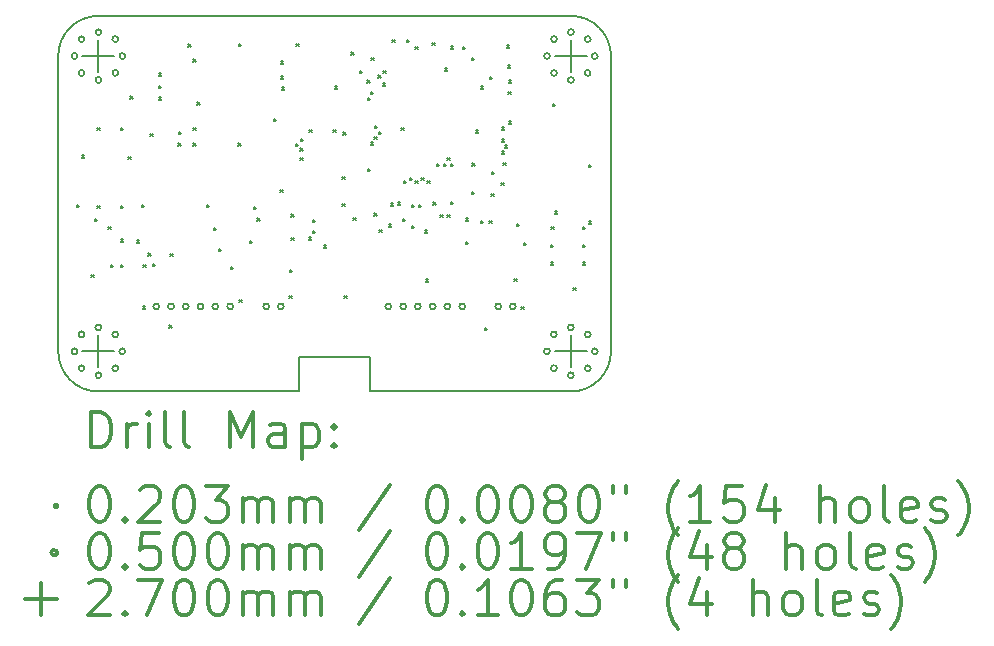
<source format=gbr>
%FSLAX45Y45*%
G04 Gerber Fmt 4.5, Leading zero omitted, Abs format (unit mm)*
G04 Created by KiCad (PCBNEW (5.1.10)-1) date 2022-10-27 19:37:07*
%MOMM*%
%LPD*%
G01*
G04 APERTURE LIST*
%TA.AperFunction,Profile*%
%ADD10C,0.150000*%
%TD*%
%ADD11C,0.200000*%
%ADD12C,0.300000*%
G04 APERTURE END LIST*
D10*
X10300000Y-12200000D02*
X9700000Y-12200000D01*
X10300000Y-12490000D02*
X10300000Y-12200000D01*
X9700000Y-12490000D02*
X9700000Y-12200000D01*
X10300000Y-12490000D02*
X12000000Y-12490000D01*
X12340000Y-12150000D02*
G75*
G02*
X12000000Y-12490000I-340000J0D01*
G01*
X8000000Y-12490000D02*
G75*
G02*
X7660000Y-12150000I0J340000D01*
G01*
X12000000Y-9310000D02*
G75*
G02*
X12340000Y-9650000I0J-340000D01*
G01*
X7660000Y-9650000D02*
G75*
G02*
X8000000Y-9310000I340000J0D01*
G01*
X7660000Y-9650000D02*
X7660000Y-12150000D01*
X12000000Y-9310000D02*
X8000000Y-9310000D01*
X12340000Y-12150000D02*
X12340000Y-9650000D01*
X8000000Y-12490000D02*
X9700000Y-12490000D01*
D11*
X7819840Y-10909840D02*
X7840160Y-10930160D01*
X7840160Y-10909840D02*
X7819840Y-10930160D01*
X7859840Y-10489840D02*
X7880160Y-10510160D01*
X7880160Y-10489840D02*
X7859840Y-10510160D01*
X7939840Y-11499840D02*
X7960160Y-11520160D01*
X7960160Y-11499840D02*
X7939840Y-11520160D01*
X7970859Y-11029817D02*
X7991179Y-11050137D01*
X7991179Y-11029817D02*
X7970859Y-11050137D01*
X7989840Y-10259840D02*
X8010160Y-10280160D01*
X8010160Y-10259840D02*
X7989840Y-10280160D01*
X7989840Y-10919840D02*
X8010160Y-10940160D01*
X8010160Y-10919840D02*
X7989840Y-10940160D01*
X8082340Y-11097340D02*
X8102660Y-11117660D01*
X8102660Y-11097340D02*
X8082340Y-11117660D01*
X8104840Y-11417340D02*
X8125160Y-11437660D01*
X8125160Y-11417340D02*
X8104840Y-11437660D01*
X8189840Y-10259840D02*
X8210160Y-10280160D01*
X8210160Y-10259840D02*
X8189840Y-10280160D01*
X8189840Y-10919840D02*
X8210160Y-10940160D01*
X8210160Y-10919840D02*
X8189840Y-10940160D01*
X8189840Y-11199840D02*
X8210160Y-11220160D01*
X8210160Y-11199840D02*
X8189840Y-11220160D01*
X8192340Y-11417340D02*
X8212660Y-11437660D01*
X8212660Y-11417340D02*
X8192340Y-11437660D01*
X8252340Y-10504840D02*
X8272660Y-10525160D01*
X8272660Y-10504840D02*
X8252340Y-10525160D01*
X8269840Y-9989840D02*
X8290160Y-10010160D01*
X8290160Y-9989840D02*
X8269840Y-10010160D01*
X8327340Y-11210429D02*
X8347660Y-11230749D01*
X8347660Y-11210429D02*
X8327340Y-11230749D01*
X8367340Y-10907340D02*
X8387660Y-10927660D01*
X8387660Y-10907340D02*
X8367340Y-10927660D01*
X8374840Y-11767340D02*
X8395160Y-11787660D01*
X8395160Y-11767340D02*
X8374840Y-11787660D01*
X8379840Y-11414840D02*
X8400160Y-11435160D01*
X8400160Y-11414840D02*
X8379840Y-11435160D01*
X8422340Y-11319840D02*
X8442660Y-11340160D01*
X8442660Y-11319840D02*
X8422340Y-11340160D01*
X8439840Y-10309840D02*
X8460160Y-10330160D01*
X8460160Y-10309840D02*
X8439840Y-10330160D01*
X8462340Y-11409840D02*
X8482660Y-11430160D01*
X8482660Y-11409840D02*
X8462340Y-11430160D01*
X8509840Y-9797340D02*
X8530160Y-9817660D01*
X8530160Y-9797340D02*
X8509840Y-9817660D01*
X8509840Y-9899840D02*
X8530160Y-9920160D01*
X8530160Y-9899840D02*
X8509840Y-9920160D01*
X8509840Y-9999840D02*
X8530160Y-10020160D01*
X8530160Y-9999840D02*
X8509840Y-10020160D01*
X8599840Y-11929840D02*
X8620160Y-11950160D01*
X8620160Y-11929840D02*
X8599840Y-11950160D01*
X8607340Y-11322340D02*
X8627660Y-11342660D01*
X8627660Y-11322340D02*
X8607340Y-11342660D01*
X8677340Y-10389840D02*
X8697660Y-10410160D01*
X8697660Y-10389840D02*
X8677340Y-10410160D01*
X8679840Y-10292340D02*
X8700160Y-10312660D01*
X8700160Y-10292340D02*
X8679840Y-10312660D01*
X8759840Y-9549840D02*
X8780160Y-9570160D01*
X8780160Y-9549840D02*
X8759840Y-9570160D01*
X8803590Y-9676090D02*
X8823910Y-9696410D01*
X8823910Y-9676090D02*
X8803590Y-9696410D01*
X8804840Y-10257340D02*
X8825160Y-10277660D01*
X8825160Y-10257340D02*
X8804840Y-10277660D01*
X8804840Y-10389840D02*
X8825160Y-10410160D01*
X8825160Y-10389840D02*
X8804840Y-10410160D01*
X8837340Y-10042340D02*
X8857660Y-10062660D01*
X8857660Y-10042340D02*
X8837340Y-10062660D01*
X8919840Y-10909840D02*
X8940160Y-10930160D01*
X8940160Y-10909840D02*
X8919840Y-10930160D01*
X8974840Y-11102340D02*
X8995160Y-11122660D01*
X8995160Y-11102340D02*
X8974840Y-11122660D01*
X9019840Y-11279840D02*
X9040160Y-11300160D01*
X9040160Y-11279840D02*
X9019840Y-11300160D01*
X9119840Y-11434840D02*
X9140160Y-11455160D01*
X9140160Y-11434840D02*
X9119840Y-11455160D01*
X9184840Y-10389840D02*
X9205160Y-10410160D01*
X9205160Y-10389840D02*
X9184840Y-10410160D01*
X9189840Y-9544840D02*
X9210160Y-9565160D01*
X9210160Y-9544840D02*
X9189840Y-9565160D01*
X9192340Y-11714840D02*
X9212660Y-11735160D01*
X9212660Y-11714840D02*
X9192340Y-11735160D01*
X9282340Y-11212340D02*
X9302660Y-11232660D01*
X9302660Y-11212340D02*
X9282340Y-11232660D01*
X9314840Y-10927340D02*
X9335160Y-10947660D01*
X9335160Y-10927340D02*
X9314840Y-10947660D01*
X9344840Y-11024840D02*
X9365160Y-11045160D01*
X9365160Y-11024840D02*
X9344840Y-11045160D01*
X9484840Y-10182340D02*
X9505160Y-10202660D01*
X9505160Y-10182340D02*
X9484840Y-10202660D01*
X9539840Y-10779840D02*
X9560160Y-10800160D01*
X9560160Y-10779840D02*
X9539840Y-10800160D01*
X9542340Y-9694840D02*
X9562660Y-9715160D01*
X9562660Y-9694840D02*
X9542340Y-9715160D01*
X9544840Y-9819840D02*
X9565160Y-9840160D01*
X9565160Y-9819840D02*
X9544840Y-9840160D01*
X9552340Y-9914840D02*
X9572660Y-9935160D01*
X9572660Y-9914840D02*
X9552340Y-9935160D01*
X9617340Y-11677340D02*
X9637660Y-11697660D01*
X9637660Y-11677340D02*
X9617340Y-11697660D01*
X9619840Y-11459840D02*
X9640160Y-11480160D01*
X9640160Y-11459840D02*
X9619840Y-11480160D01*
X9632340Y-10989840D02*
X9652660Y-11010160D01*
X9652660Y-10989840D02*
X9632340Y-11010160D01*
X9632340Y-11189840D02*
X9652660Y-11210160D01*
X9652660Y-11189840D02*
X9632340Y-11210160D01*
X9673446Y-10393343D02*
X9693766Y-10413663D01*
X9693766Y-10393343D02*
X9673446Y-10413663D01*
X9677340Y-9544840D02*
X9697660Y-9565160D01*
X9697660Y-9544840D02*
X9677340Y-9565160D01*
X9709840Y-10432340D02*
X9730160Y-10452660D01*
X9730160Y-10432340D02*
X9709840Y-10452660D01*
X9709840Y-10509840D02*
X9730160Y-10530160D01*
X9730160Y-10509840D02*
X9709840Y-10530160D01*
X9712671Y-10348519D02*
X9732991Y-10368839D01*
X9732991Y-10348519D02*
X9712671Y-10368839D01*
X9782340Y-11184840D02*
X9802660Y-11205160D01*
X9802660Y-11184840D02*
X9782340Y-11205160D01*
X9787340Y-10272340D02*
X9807660Y-10292660D01*
X9807660Y-10272340D02*
X9787340Y-10292660D01*
X9814840Y-11037340D02*
X9835160Y-11057660D01*
X9835160Y-11037340D02*
X9814840Y-11057660D01*
X9816335Y-11131751D02*
X9836655Y-11152071D01*
X9836655Y-11131751D02*
X9816335Y-11152071D01*
X9907340Y-11252340D02*
X9927660Y-11272660D01*
X9927660Y-11252340D02*
X9907340Y-11272660D01*
X9989840Y-10274840D02*
X10010160Y-10295160D01*
X10010160Y-10274840D02*
X9989840Y-10295160D01*
X9999840Y-9907340D02*
X10020160Y-9927660D01*
X10020160Y-9907340D02*
X9999840Y-9927660D01*
X10064840Y-10672340D02*
X10085160Y-10692660D01*
X10085160Y-10672340D02*
X10064840Y-10692660D01*
X10064840Y-10899840D02*
X10085160Y-10920160D01*
X10085160Y-10899840D02*
X10064840Y-10920160D01*
X10072340Y-10296750D02*
X10092660Y-10317070D01*
X10092660Y-10296750D02*
X10072340Y-10317070D01*
X10082340Y-11682340D02*
X10102660Y-11702660D01*
X10102660Y-11682340D02*
X10082340Y-11702660D01*
X10139840Y-9619840D02*
X10160160Y-9640160D01*
X10160160Y-9619840D02*
X10139840Y-9640160D01*
X10159840Y-11017340D02*
X10180160Y-11037660D01*
X10180160Y-11017340D02*
X10159840Y-11037660D01*
X10214840Y-9774840D02*
X10235160Y-9795160D01*
X10235160Y-9774840D02*
X10214840Y-9795160D01*
X10277340Y-9854840D02*
X10297660Y-9875160D01*
X10297660Y-9854840D02*
X10277340Y-9875160D01*
X10279840Y-10004840D02*
X10300160Y-10025160D01*
X10300160Y-10004840D02*
X10279840Y-10025160D01*
X10282340Y-10604840D02*
X10302660Y-10625160D01*
X10302660Y-10604840D02*
X10282340Y-10625160D01*
X10304840Y-9954840D02*
X10325160Y-9975160D01*
X10325160Y-9954840D02*
X10304840Y-9975160D01*
X10304840Y-10379840D02*
X10325160Y-10400160D01*
X10325160Y-10379840D02*
X10304840Y-10400160D01*
X10309840Y-9662340D02*
X10330160Y-9682660D01*
X10330160Y-9662340D02*
X10309840Y-9682660D01*
X10334840Y-10332340D02*
X10355160Y-10352660D01*
X10355160Y-10332340D02*
X10334840Y-10352660D01*
X10337340Y-10979840D02*
X10357660Y-11000160D01*
X10357660Y-10979840D02*
X10337340Y-11000160D01*
X10339840Y-10239840D02*
X10360160Y-10260160D01*
X10360160Y-10239840D02*
X10339840Y-10260160D01*
X10369840Y-9812340D02*
X10390160Y-9832660D01*
X10390160Y-9812340D02*
X10369840Y-9832660D01*
X10372340Y-10292340D02*
X10392660Y-10312660D01*
X10392660Y-10292340D02*
X10372340Y-10312660D01*
X10379840Y-11123020D02*
X10400160Y-11143340D01*
X10400160Y-11123020D02*
X10379840Y-11143340D01*
X10407340Y-9879840D02*
X10427660Y-9900160D01*
X10427660Y-9879840D02*
X10407340Y-9900160D01*
X10412340Y-9774840D02*
X10432660Y-9795160D01*
X10432660Y-9774840D02*
X10412340Y-9795160D01*
X10458651Y-11076029D02*
X10478971Y-11096349D01*
X10478971Y-11076029D02*
X10458651Y-11096349D01*
X10477340Y-10897340D02*
X10497660Y-10917660D01*
X10497660Y-10897340D02*
X10477340Y-10917660D01*
X10489840Y-9514840D02*
X10510160Y-9535160D01*
X10510160Y-9514840D02*
X10489840Y-9535160D01*
X10534840Y-10887340D02*
X10555160Y-10907660D01*
X10555160Y-10887340D02*
X10534840Y-10907660D01*
X10564840Y-10259840D02*
X10585160Y-10280160D01*
X10585160Y-10259840D02*
X10564840Y-10280160D01*
X10577340Y-11029840D02*
X10597660Y-11050160D01*
X10597660Y-11029840D02*
X10577340Y-11050160D01*
X10584840Y-10707340D02*
X10605160Y-10727660D01*
X10605160Y-10707340D02*
X10584840Y-10727660D01*
X10609840Y-9512340D02*
X10630160Y-9532660D01*
X10630160Y-9512340D02*
X10609840Y-9532660D01*
X10634840Y-10682340D02*
X10655160Y-10702660D01*
X10655160Y-10682340D02*
X10634840Y-10702660D01*
X10652340Y-11084840D02*
X10672660Y-11105160D01*
X10672660Y-11084840D02*
X10652340Y-11105160D01*
X10654840Y-10909840D02*
X10675160Y-10930160D01*
X10675160Y-10909840D02*
X10654840Y-10930160D01*
X10684840Y-9572340D02*
X10705160Y-9592660D01*
X10705160Y-9572340D02*
X10684840Y-9592660D01*
X10684840Y-10707340D02*
X10705160Y-10727660D01*
X10705160Y-10707340D02*
X10684840Y-10727660D01*
X10714840Y-10909840D02*
X10735160Y-10930160D01*
X10735160Y-10909840D02*
X10714840Y-10930160D01*
X10734840Y-10682340D02*
X10755160Y-10702660D01*
X10755160Y-10682340D02*
X10734840Y-10702660D01*
X10762340Y-11124840D02*
X10782660Y-11145160D01*
X10782660Y-11124840D02*
X10762340Y-11145160D01*
X10769840Y-11539840D02*
X10790160Y-11560160D01*
X10790160Y-11539840D02*
X10769840Y-11560160D01*
X10784840Y-10707340D02*
X10805160Y-10727660D01*
X10805160Y-10707340D02*
X10784840Y-10727660D01*
X10827340Y-9539840D02*
X10847660Y-9560160D01*
X10847660Y-9539840D02*
X10827340Y-9560160D01*
X10834840Y-10887340D02*
X10855160Y-10907660D01*
X10855160Y-10887340D02*
X10834840Y-10907660D01*
X10864840Y-10559840D02*
X10885160Y-10580160D01*
X10885160Y-10559840D02*
X10864840Y-10580160D01*
X10894840Y-10994840D02*
X10915160Y-11015160D01*
X10915160Y-10994840D02*
X10894840Y-11015160D01*
X10924840Y-10559840D02*
X10945160Y-10580160D01*
X10945160Y-10559840D02*
X10924840Y-10580160D01*
X10934840Y-9752340D02*
X10955160Y-9772660D01*
X10955160Y-9752340D02*
X10934840Y-9772660D01*
X10954840Y-10512340D02*
X10975160Y-10532660D01*
X10975160Y-10512340D02*
X10954840Y-10532660D01*
X10954840Y-10994840D02*
X10975160Y-11015160D01*
X10975160Y-10994840D02*
X10954840Y-11015160D01*
X10984840Y-9567340D02*
X11005160Y-9587660D01*
X11005160Y-9567340D02*
X10984840Y-9587660D01*
X10984840Y-10559840D02*
X11005160Y-10580160D01*
X11005160Y-10559840D02*
X10984840Y-10580160D01*
X10984840Y-10884840D02*
X11005160Y-10905160D01*
X11005160Y-10884840D02*
X10984840Y-10905160D01*
X11084840Y-9572340D02*
X11105160Y-9592660D01*
X11105160Y-9572340D02*
X11084840Y-9592660D01*
X11109840Y-11024840D02*
X11130160Y-11045160D01*
X11130160Y-11024840D02*
X11109840Y-11045160D01*
X11109840Y-11224840D02*
X11130160Y-11245160D01*
X11130160Y-11224840D02*
X11109840Y-11245160D01*
X11162340Y-9662340D02*
X11182660Y-9682660D01*
X11182660Y-9662340D02*
X11162340Y-9682660D01*
X11162340Y-10797340D02*
X11182660Y-10817660D01*
X11182660Y-10797340D02*
X11162340Y-10817660D01*
X11164840Y-10557340D02*
X11185160Y-10577660D01*
X11185160Y-10557340D02*
X11164840Y-10577660D01*
X11197340Y-10279840D02*
X11217660Y-10300160D01*
X11217660Y-10279840D02*
X11197340Y-10300160D01*
X11239840Y-9904840D02*
X11260160Y-9925160D01*
X11260160Y-9904840D02*
X11239840Y-9925160D01*
X11239840Y-11047340D02*
X11260160Y-11067660D01*
X11260160Y-11047340D02*
X11239840Y-11067660D01*
X11269840Y-11949840D02*
X11290160Y-11970160D01*
X11290160Y-11949840D02*
X11269840Y-11970160D01*
X11309840Y-11047340D02*
X11330160Y-11067660D01*
X11330160Y-11047340D02*
X11309840Y-11067660D01*
X11314840Y-9827340D02*
X11335160Y-9847660D01*
X11335160Y-9827340D02*
X11314840Y-9847660D01*
X11327340Y-10817340D02*
X11347660Y-10837660D01*
X11347660Y-10817340D02*
X11327340Y-10837660D01*
X11332340Y-10629840D02*
X11352660Y-10650160D01*
X11352660Y-10629840D02*
X11332340Y-10650160D01*
X11412340Y-10722340D02*
X11432660Y-10742660D01*
X11432660Y-10722340D02*
X11412340Y-10742660D01*
X11417340Y-10254840D02*
X11437660Y-10275160D01*
X11437660Y-10254840D02*
X11417340Y-10275160D01*
X11417340Y-10354840D02*
X11437660Y-10375160D01*
X11437660Y-10354840D02*
X11417340Y-10375160D01*
X11417340Y-10454840D02*
X11437660Y-10475160D01*
X11437660Y-10454840D02*
X11417340Y-10475160D01*
X11429840Y-10554840D02*
X11450160Y-10575160D01*
X11450160Y-10554840D02*
X11429840Y-10575160D01*
X11439840Y-10404840D02*
X11460160Y-10425160D01*
X11460160Y-10404840D02*
X11439840Y-10425160D01*
X11459840Y-9557340D02*
X11480160Y-9577660D01*
X11480160Y-9557340D02*
X11459840Y-9577660D01*
X11464840Y-9729840D02*
X11485160Y-9750160D01*
X11485160Y-9729840D02*
X11464840Y-9750160D01*
X11469840Y-9954840D02*
X11490160Y-9975160D01*
X11490160Y-9954840D02*
X11469840Y-9975160D01*
X11477340Y-9854840D02*
X11497660Y-9875160D01*
X11497660Y-9854840D02*
X11477340Y-9875160D01*
X11477340Y-10202340D02*
X11497660Y-10222660D01*
X11497660Y-10202340D02*
X11477340Y-10222660D01*
X11522340Y-11537340D02*
X11542660Y-11557660D01*
X11542660Y-11537340D02*
X11522340Y-11557660D01*
X11542340Y-11069840D02*
X11562660Y-11090160D01*
X11562660Y-11069840D02*
X11542340Y-11090160D01*
X11582340Y-11772340D02*
X11602660Y-11792660D01*
X11602660Y-11772340D02*
X11582340Y-11792660D01*
X11602340Y-11229840D02*
X11622660Y-11250160D01*
X11622660Y-11229840D02*
X11602340Y-11250160D01*
X11832340Y-11247340D02*
X11852660Y-11267660D01*
X11852660Y-11247340D02*
X11832340Y-11267660D01*
X11832340Y-11397340D02*
X11852660Y-11417660D01*
X11852660Y-11397340D02*
X11832340Y-11417660D01*
X11834840Y-11094840D02*
X11855160Y-11115160D01*
X11855160Y-11094840D02*
X11834840Y-11115160D01*
X11847340Y-10052340D02*
X11867660Y-10072660D01*
X11867660Y-10052340D02*
X11847340Y-10072660D01*
X11862340Y-10964840D02*
X11882660Y-10985160D01*
X11882660Y-10964840D02*
X11862340Y-10985160D01*
X12019840Y-11609840D02*
X12040160Y-11630160D01*
X12040160Y-11609840D02*
X12019840Y-11630160D01*
X12099840Y-11097340D02*
X12120160Y-11117660D01*
X12120160Y-11097340D02*
X12099840Y-11117660D01*
X12099840Y-11247340D02*
X12120160Y-11267660D01*
X12120160Y-11247340D02*
X12099840Y-11267660D01*
X12099840Y-11397340D02*
X12120160Y-11417660D01*
X12120160Y-11397340D02*
X12099840Y-11417660D01*
X12149840Y-10572340D02*
X12170160Y-10592660D01*
X12170160Y-10572340D02*
X12149840Y-10592660D01*
X12149840Y-11049840D02*
X12170160Y-11070160D01*
X12170160Y-11049840D02*
X12149840Y-11070160D01*
X7822500Y-9650000D02*
G75*
G03*
X7822500Y-9650000I-25000J0D01*
G01*
X7822500Y-12150000D02*
G75*
G03*
X7822500Y-12150000I-25000J0D01*
G01*
X7881811Y-9506811D02*
G75*
G03*
X7881811Y-9506811I-25000J0D01*
G01*
X7881811Y-9793189D02*
G75*
G03*
X7881811Y-9793189I-25000J0D01*
G01*
X7881811Y-12006811D02*
G75*
G03*
X7881811Y-12006811I-25000J0D01*
G01*
X7881811Y-12293189D02*
G75*
G03*
X7881811Y-12293189I-25000J0D01*
G01*
X8025000Y-9447500D02*
G75*
G03*
X8025000Y-9447500I-25000J0D01*
G01*
X8025000Y-9852500D02*
G75*
G03*
X8025000Y-9852500I-25000J0D01*
G01*
X8025000Y-11947500D02*
G75*
G03*
X8025000Y-11947500I-25000J0D01*
G01*
X8025000Y-12352500D02*
G75*
G03*
X8025000Y-12352500I-25000J0D01*
G01*
X8168189Y-9506811D02*
G75*
G03*
X8168189Y-9506811I-25000J0D01*
G01*
X8168189Y-9793189D02*
G75*
G03*
X8168189Y-9793189I-25000J0D01*
G01*
X8168189Y-12006811D02*
G75*
G03*
X8168189Y-12006811I-25000J0D01*
G01*
X8168189Y-12293189D02*
G75*
G03*
X8168189Y-12293189I-25000J0D01*
G01*
X8227500Y-9650000D02*
G75*
G03*
X8227500Y-9650000I-25000J0D01*
G01*
X8227500Y-12150000D02*
G75*
G03*
X8227500Y-12150000I-25000J0D01*
G01*
X8515000Y-11770000D02*
G75*
G03*
X8515000Y-11770000I-25000J0D01*
G01*
X8640000Y-11770000D02*
G75*
G03*
X8640000Y-11770000I-25000J0D01*
G01*
X8765000Y-11770000D02*
G75*
G03*
X8765000Y-11770000I-25000J0D01*
G01*
X8890000Y-11770000D02*
G75*
G03*
X8890000Y-11770000I-25000J0D01*
G01*
X9015000Y-11770000D02*
G75*
G03*
X9015000Y-11770000I-25000J0D01*
G01*
X9140000Y-11770000D02*
G75*
G03*
X9140000Y-11770000I-25000J0D01*
G01*
X9445000Y-11770000D02*
G75*
G03*
X9445000Y-11770000I-25000J0D01*
G01*
X9570000Y-11770000D02*
G75*
G03*
X9570000Y-11770000I-25000J0D01*
G01*
X10480000Y-11770000D02*
G75*
G03*
X10480000Y-11770000I-25000J0D01*
G01*
X10605000Y-11770000D02*
G75*
G03*
X10605000Y-11770000I-25000J0D01*
G01*
X10730000Y-11770000D02*
G75*
G03*
X10730000Y-11770000I-25000J0D01*
G01*
X10855000Y-11770000D02*
G75*
G03*
X10855000Y-11770000I-25000J0D01*
G01*
X10980000Y-11770000D02*
G75*
G03*
X10980000Y-11770000I-25000J0D01*
G01*
X11105000Y-11770000D02*
G75*
G03*
X11105000Y-11770000I-25000J0D01*
G01*
X11410000Y-11770000D02*
G75*
G03*
X11410000Y-11770000I-25000J0D01*
G01*
X11535000Y-11770000D02*
G75*
G03*
X11535000Y-11770000I-25000J0D01*
G01*
X11822500Y-9650000D02*
G75*
G03*
X11822500Y-9650000I-25000J0D01*
G01*
X11822500Y-12150000D02*
G75*
G03*
X11822500Y-12150000I-25000J0D01*
G01*
X11881811Y-9506811D02*
G75*
G03*
X11881811Y-9506811I-25000J0D01*
G01*
X11881811Y-9793189D02*
G75*
G03*
X11881811Y-9793189I-25000J0D01*
G01*
X11881811Y-12006811D02*
G75*
G03*
X11881811Y-12006811I-25000J0D01*
G01*
X11881811Y-12293189D02*
G75*
G03*
X11881811Y-12293189I-25000J0D01*
G01*
X12025000Y-9447500D02*
G75*
G03*
X12025000Y-9447500I-25000J0D01*
G01*
X12025000Y-9852500D02*
G75*
G03*
X12025000Y-9852500I-25000J0D01*
G01*
X12025000Y-11947500D02*
G75*
G03*
X12025000Y-11947500I-25000J0D01*
G01*
X12025000Y-12352500D02*
G75*
G03*
X12025000Y-12352500I-25000J0D01*
G01*
X12168189Y-9506811D02*
G75*
G03*
X12168189Y-9506811I-25000J0D01*
G01*
X12168189Y-9793189D02*
G75*
G03*
X12168189Y-9793189I-25000J0D01*
G01*
X12168189Y-12006811D02*
G75*
G03*
X12168189Y-12006811I-25000J0D01*
G01*
X12168189Y-12293189D02*
G75*
G03*
X12168189Y-12293189I-25000J0D01*
G01*
X12227500Y-9650000D02*
G75*
G03*
X12227500Y-9650000I-25000J0D01*
G01*
X12227500Y-12150000D02*
G75*
G03*
X12227500Y-12150000I-25000J0D01*
G01*
X8000000Y-9515000D02*
X8000000Y-9785000D01*
X7865000Y-9650000D02*
X8135000Y-9650000D01*
X8000000Y-12015000D02*
X8000000Y-12285000D01*
X7865000Y-12150000D02*
X8135000Y-12150000D01*
X12000000Y-9515000D02*
X12000000Y-9785000D01*
X11865000Y-9650000D02*
X12135000Y-9650000D01*
X12000000Y-12015000D02*
X12000000Y-12285000D01*
X11865000Y-12150000D02*
X12135000Y-12150000D01*
D12*
X7938928Y-12963214D02*
X7938928Y-12663214D01*
X8010357Y-12663214D01*
X8053214Y-12677500D01*
X8081786Y-12706071D01*
X8096071Y-12734643D01*
X8110357Y-12791786D01*
X8110357Y-12834643D01*
X8096071Y-12891786D01*
X8081786Y-12920357D01*
X8053214Y-12948929D01*
X8010357Y-12963214D01*
X7938928Y-12963214D01*
X8238928Y-12963214D02*
X8238928Y-12763214D01*
X8238928Y-12820357D02*
X8253214Y-12791786D01*
X8267500Y-12777500D01*
X8296071Y-12763214D01*
X8324643Y-12763214D01*
X8424643Y-12963214D02*
X8424643Y-12763214D01*
X8424643Y-12663214D02*
X8410357Y-12677500D01*
X8424643Y-12691786D01*
X8438928Y-12677500D01*
X8424643Y-12663214D01*
X8424643Y-12691786D01*
X8610357Y-12963214D02*
X8581786Y-12948929D01*
X8567500Y-12920357D01*
X8567500Y-12663214D01*
X8767500Y-12963214D02*
X8738928Y-12948929D01*
X8724643Y-12920357D01*
X8724643Y-12663214D01*
X9110357Y-12963214D02*
X9110357Y-12663214D01*
X9210357Y-12877500D01*
X9310357Y-12663214D01*
X9310357Y-12963214D01*
X9581786Y-12963214D02*
X9581786Y-12806071D01*
X9567500Y-12777500D01*
X9538928Y-12763214D01*
X9481786Y-12763214D01*
X9453214Y-12777500D01*
X9581786Y-12948929D02*
X9553214Y-12963214D01*
X9481786Y-12963214D01*
X9453214Y-12948929D01*
X9438928Y-12920357D01*
X9438928Y-12891786D01*
X9453214Y-12863214D01*
X9481786Y-12848929D01*
X9553214Y-12848929D01*
X9581786Y-12834643D01*
X9724643Y-12763214D02*
X9724643Y-13063214D01*
X9724643Y-12777500D02*
X9753214Y-12763214D01*
X9810357Y-12763214D01*
X9838928Y-12777500D01*
X9853214Y-12791786D01*
X9867500Y-12820357D01*
X9867500Y-12906071D01*
X9853214Y-12934643D01*
X9838928Y-12948929D01*
X9810357Y-12963214D01*
X9753214Y-12963214D01*
X9724643Y-12948929D01*
X9996071Y-12934643D02*
X10010357Y-12948929D01*
X9996071Y-12963214D01*
X9981786Y-12948929D01*
X9996071Y-12934643D01*
X9996071Y-12963214D01*
X9996071Y-12777500D02*
X10010357Y-12791786D01*
X9996071Y-12806071D01*
X9981786Y-12791786D01*
X9996071Y-12777500D01*
X9996071Y-12806071D01*
X7632180Y-13447340D02*
X7652500Y-13467660D01*
X7652500Y-13447340D02*
X7632180Y-13467660D01*
X7996071Y-13293214D02*
X8024643Y-13293214D01*
X8053214Y-13307500D01*
X8067500Y-13321786D01*
X8081786Y-13350357D01*
X8096071Y-13407500D01*
X8096071Y-13478929D01*
X8081786Y-13536071D01*
X8067500Y-13564643D01*
X8053214Y-13578929D01*
X8024643Y-13593214D01*
X7996071Y-13593214D01*
X7967500Y-13578929D01*
X7953214Y-13564643D01*
X7938928Y-13536071D01*
X7924643Y-13478929D01*
X7924643Y-13407500D01*
X7938928Y-13350357D01*
X7953214Y-13321786D01*
X7967500Y-13307500D01*
X7996071Y-13293214D01*
X8224643Y-13564643D02*
X8238928Y-13578929D01*
X8224643Y-13593214D01*
X8210357Y-13578929D01*
X8224643Y-13564643D01*
X8224643Y-13593214D01*
X8353214Y-13321786D02*
X8367500Y-13307500D01*
X8396071Y-13293214D01*
X8467500Y-13293214D01*
X8496071Y-13307500D01*
X8510357Y-13321786D01*
X8524643Y-13350357D01*
X8524643Y-13378929D01*
X8510357Y-13421786D01*
X8338928Y-13593214D01*
X8524643Y-13593214D01*
X8710357Y-13293214D02*
X8738928Y-13293214D01*
X8767500Y-13307500D01*
X8781786Y-13321786D01*
X8796071Y-13350357D01*
X8810357Y-13407500D01*
X8810357Y-13478929D01*
X8796071Y-13536071D01*
X8781786Y-13564643D01*
X8767500Y-13578929D01*
X8738928Y-13593214D01*
X8710357Y-13593214D01*
X8681786Y-13578929D01*
X8667500Y-13564643D01*
X8653214Y-13536071D01*
X8638928Y-13478929D01*
X8638928Y-13407500D01*
X8653214Y-13350357D01*
X8667500Y-13321786D01*
X8681786Y-13307500D01*
X8710357Y-13293214D01*
X8910357Y-13293214D02*
X9096071Y-13293214D01*
X8996071Y-13407500D01*
X9038928Y-13407500D01*
X9067500Y-13421786D01*
X9081786Y-13436071D01*
X9096071Y-13464643D01*
X9096071Y-13536071D01*
X9081786Y-13564643D01*
X9067500Y-13578929D01*
X9038928Y-13593214D01*
X8953214Y-13593214D01*
X8924643Y-13578929D01*
X8910357Y-13564643D01*
X9224643Y-13593214D02*
X9224643Y-13393214D01*
X9224643Y-13421786D02*
X9238928Y-13407500D01*
X9267500Y-13393214D01*
X9310357Y-13393214D01*
X9338928Y-13407500D01*
X9353214Y-13436071D01*
X9353214Y-13593214D01*
X9353214Y-13436071D02*
X9367500Y-13407500D01*
X9396071Y-13393214D01*
X9438928Y-13393214D01*
X9467500Y-13407500D01*
X9481786Y-13436071D01*
X9481786Y-13593214D01*
X9624643Y-13593214D02*
X9624643Y-13393214D01*
X9624643Y-13421786D02*
X9638928Y-13407500D01*
X9667500Y-13393214D01*
X9710357Y-13393214D01*
X9738928Y-13407500D01*
X9753214Y-13436071D01*
X9753214Y-13593214D01*
X9753214Y-13436071D02*
X9767500Y-13407500D01*
X9796071Y-13393214D01*
X9838928Y-13393214D01*
X9867500Y-13407500D01*
X9881786Y-13436071D01*
X9881786Y-13593214D01*
X10467500Y-13278929D02*
X10210357Y-13664643D01*
X10853214Y-13293214D02*
X10881786Y-13293214D01*
X10910357Y-13307500D01*
X10924643Y-13321786D01*
X10938928Y-13350357D01*
X10953214Y-13407500D01*
X10953214Y-13478929D01*
X10938928Y-13536071D01*
X10924643Y-13564643D01*
X10910357Y-13578929D01*
X10881786Y-13593214D01*
X10853214Y-13593214D01*
X10824643Y-13578929D01*
X10810357Y-13564643D01*
X10796071Y-13536071D01*
X10781786Y-13478929D01*
X10781786Y-13407500D01*
X10796071Y-13350357D01*
X10810357Y-13321786D01*
X10824643Y-13307500D01*
X10853214Y-13293214D01*
X11081786Y-13564643D02*
X11096071Y-13578929D01*
X11081786Y-13593214D01*
X11067500Y-13578929D01*
X11081786Y-13564643D01*
X11081786Y-13593214D01*
X11281786Y-13293214D02*
X11310357Y-13293214D01*
X11338928Y-13307500D01*
X11353214Y-13321786D01*
X11367500Y-13350357D01*
X11381786Y-13407500D01*
X11381786Y-13478929D01*
X11367500Y-13536071D01*
X11353214Y-13564643D01*
X11338928Y-13578929D01*
X11310357Y-13593214D01*
X11281786Y-13593214D01*
X11253214Y-13578929D01*
X11238928Y-13564643D01*
X11224643Y-13536071D01*
X11210357Y-13478929D01*
X11210357Y-13407500D01*
X11224643Y-13350357D01*
X11238928Y-13321786D01*
X11253214Y-13307500D01*
X11281786Y-13293214D01*
X11567500Y-13293214D02*
X11596071Y-13293214D01*
X11624643Y-13307500D01*
X11638928Y-13321786D01*
X11653214Y-13350357D01*
X11667500Y-13407500D01*
X11667500Y-13478929D01*
X11653214Y-13536071D01*
X11638928Y-13564643D01*
X11624643Y-13578929D01*
X11596071Y-13593214D01*
X11567500Y-13593214D01*
X11538928Y-13578929D01*
X11524643Y-13564643D01*
X11510357Y-13536071D01*
X11496071Y-13478929D01*
X11496071Y-13407500D01*
X11510357Y-13350357D01*
X11524643Y-13321786D01*
X11538928Y-13307500D01*
X11567500Y-13293214D01*
X11838928Y-13421786D02*
X11810357Y-13407500D01*
X11796071Y-13393214D01*
X11781786Y-13364643D01*
X11781786Y-13350357D01*
X11796071Y-13321786D01*
X11810357Y-13307500D01*
X11838928Y-13293214D01*
X11896071Y-13293214D01*
X11924643Y-13307500D01*
X11938928Y-13321786D01*
X11953214Y-13350357D01*
X11953214Y-13364643D01*
X11938928Y-13393214D01*
X11924643Y-13407500D01*
X11896071Y-13421786D01*
X11838928Y-13421786D01*
X11810357Y-13436071D01*
X11796071Y-13450357D01*
X11781786Y-13478929D01*
X11781786Y-13536071D01*
X11796071Y-13564643D01*
X11810357Y-13578929D01*
X11838928Y-13593214D01*
X11896071Y-13593214D01*
X11924643Y-13578929D01*
X11938928Y-13564643D01*
X11953214Y-13536071D01*
X11953214Y-13478929D01*
X11938928Y-13450357D01*
X11924643Y-13436071D01*
X11896071Y-13421786D01*
X12138928Y-13293214D02*
X12167500Y-13293214D01*
X12196071Y-13307500D01*
X12210357Y-13321786D01*
X12224643Y-13350357D01*
X12238928Y-13407500D01*
X12238928Y-13478929D01*
X12224643Y-13536071D01*
X12210357Y-13564643D01*
X12196071Y-13578929D01*
X12167500Y-13593214D01*
X12138928Y-13593214D01*
X12110357Y-13578929D01*
X12096071Y-13564643D01*
X12081786Y-13536071D01*
X12067500Y-13478929D01*
X12067500Y-13407500D01*
X12081786Y-13350357D01*
X12096071Y-13321786D01*
X12110357Y-13307500D01*
X12138928Y-13293214D01*
X12353214Y-13293214D02*
X12353214Y-13350357D01*
X12467500Y-13293214D02*
X12467500Y-13350357D01*
X12910357Y-13707500D02*
X12896071Y-13693214D01*
X12867500Y-13650357D01*
X12853214Y-13621786D01*
X12838928Y-13578929D01*
X12824643Y-13507500D01*
X12824643Y-13450357D01*
X12838928Y-13378929D01*
X12853214Y-13336071D01*
X12867500Y-13307500D01*
X12896071Y-13264643D01*
X12910357Y-13250357D01*
X13181786Y-13593214D02*
X13010357Y-13593214D01*
X13096071Y-13593214D02*
X13096071Y-13293214D01*
X13067500Y-13336071D01*
X13038928Y-13364643D01*
X13010357Y-13378929D01*
X13453214Y-13293214D02*
X13310357Y-13293214D01*
X13296071Y-13436071D01*
X13310357Y-13421786D01*
X13338928Y-13407500D01*
X13410357Y-13407500D01*
X13438928Y-13421786D01*
X13453214Y-13436071D01*
X13467500Y-13464643D01*
X13467500Y-13536071D01*
X13453214Y-13564643D01*
X13438928Y-13578929D01*
X13410357Y-13593214D01*
X13338928Y-13593214D01*
X13310357Y-13578929D01*
X13296071Y-13564643D01*
X13724643Y-13393214D02*
X13724643Y-13593214D01*
X13653214Y-13278929D02*
X13581786Y-13493214D01*
X13767500Y-13493214D01*
X14110357Y-13593214D02*
X14110357Y-13293214D01*
X14238928Y-13593214D02*
X14238928Y-13436071D01*
X14224643Y-13407500D01*
X14196071Y-13393214D01*
X14153214Y-13393214D01*
X14124643Y-13407500D01*
X14110357Y-13421786D01*
X14424643Y-13593214D02*
X14396071Y-13578929D01*
X14381786Y-13564643D01*
X14367500Y-13536071D01*
X14367500Y-13450357D01*
X14381786Y-13421786D01*
X14396071Y-13407500D01*
X14424643Y-13393214D01*
X14467500Y-13393214D01*
X14496071Y-13407500D01*
X14510357Y-13421786D01*
X14524643Y-13450357D01*
X14524643Y-13536071D01*
X14510357Y-13564643D01*
X14496071Y-13578929D01*
X14467500Y-13593214D01*
X14424643Y-13593214D01*
X14696071Y-13593214D02*
X14667500Y-13578929D01*
X14653214Y-13550357D01*
X14653214Y-13293214D01*
X14924643Y-13578929D02*
X14896071Y-13593214D01*
X14838928Y-13593214D01*
X14810357Y-13578929D01*
X14796071Y-13550357D01*
X14796071Y-13436071D01*
X14810357Y-13407500D01*
X14838928Y-13393214D01*
X14896071Y-13393214D01*
X14924643Y-13407500D01*
X14938928Y-13436071D01*
X14938928Y-13464643D01*
X14796071Y-13493214D01*
X15053214Y-13578929D02*
X15081786Y-13593214D01*
X15138928Y-13593214D01*
X15167500Y-13578929D01*
X15181786Y-13550357D01*
X15181786Y-13536071D01*
X15167500Y-13507500D01*
X15138928Y-13493214D01*
X15096071Y-13493214D01*
X15067500Y-13478929D01*
X15053214Y-13450357D01*
X15053214Y-13436071D01*
X15067500Y-13407500D01*
X15096071Y-13393214D01*
X15138928Y-13393214D01*
X15167500Y-13407500D01*
X15281786Y-13707500D02*
X15296071Y-13693214D01*
X15324643Y-13650357D01*
X15338928Y-13621786D01*
X15353214Y-13578929D01*
X15367500Y-13507500D01*
X15367500Y-13450357D01*
X15353214Y-13378929D01*
X15338928Y-13336071D01*
X15324643Y-13307500D01*
X15296071Y-13264643D01*
X15281786Y-13250357D01*
X7652500Y-13853500D02*
G75*
G03*
X7652500Y-13853500I-25000J0D01*
G01*
X7996071Y-13689214D02*
X8024643Y-13689214D01*
X8053214Y-13703500D01*
X8067500Y-13717786D01*
X8081786Y-13746357D01*
X8096071Y-13803500D01*
X8096071Y-13874929D01*
X8081786Y-13932071D01*
X8067500Y-13960643D01*
X8053214Y-13974929D01*
X8024643Y-13989214D01*
X7996071Y-13989214D01*
X7967500Y-13974929D01*
X7953214Y-13960643D01*
X7938928Y-13932071D01*
X7924643Y-13874929D01*
X7924643Y-13803500D01*
X7938928Y-13746357D01*
X7953214Y-13717786D01*
X7967500Y-13703500D01*
X7996071Y-13689214D01*
X8224643Y-13960643D02*
X8238928Y-13974929D01*
X8224643Y-13989214D01*
X8210357Y-13974929D01*
X8224643Y-13960643D01*
X8224643Y-13989214D01*
X8510357Y-13689214D02*
X8367500Y-13689214D01*
X8353214Y-13832071D01*
X8367500Y-13817786D01*
X8396071Y-13803500D01*
X8467500Y-13803500D01*
X8496071Y-13817786D01*
X8510357Y-13832071D01*
X8524643Y-13860643D01*
X8524643Y-13932071D01*
X8510357Y-13960643D01*
X8496071Y-13974929D01*
X8467500Y-13989214D01*
X8396071Y-13989214D01*
X8367500Y-13974929D01*
X8353214Y-13960643D01*
X8710357Y-13689214D02*
X8738928Y-13689214D01*
X8767500Y-13703500D01*
X8781786Y-13717786D01*
X8796071Y-13746357D01*
X8810357Y-13803500D01*
X8810357Y-13874929D01*
X8796071Y-13932071D01*
X8781786Y-13960643D01*
X8767500Y-13974929D01*
X8738928Y-13989214D01*
X8710357Y-13989214D01*
X8681786Y-13974929D01*
X8667500Y-13960643D01*
X8653214Y-13932071D01*
X8638928Y-13874929D01*
X8638928Y-13803500D01*
X8653214Y-13746357D01*
X8667500Y-13717786D01*
X8681786Y-13703500D01*
X8710357Y-13689214D01*
X8996071Y-13689214D02*
X9024643Y-13689214D01*
X9053214Y-13703500D01*
X9067500Y-13717786D01*
X9081786Y-13746357D01*
X9096071Y-13803500D01*
X9096071Y-13874929D01*
X9081786Y-13932071D01*
X9067500Y-13960643D01*
X9053214Y-13974929D01*
X9024643Y-13989214D01*
X8996071Y-13989214D01*
X8967500Y-13974929D01*
X8953214Y-13960643D01*
X8938928Y-13932071D01*
X8924643Y-13874929D01*
X8924643Y-13803500D01*
X8938928Y-13746357D01*
X8953214Y-13717786D01*
X8967500Y-13703500D01*
X8996071Y-13689214D01*
X9224643Y-13989214D02*
X9224643Y-13789214D01*
X9224643Y-13817786D02*
X9238928Y-13803500D01*
X9267500Y-13789214D01*
X9310357Y-13789214D01*
X9338928Y-13803500D01*
X9353214Y-13832071D01*
X9353214Y-13989214D01*
X9353214Y-13832071D02*
X9367500Y-13803500D01*
X9396071Y-13789214D01*
X9438928Y-13789214D01*
X9467500Y-13803500D01*
X9481786Y-13832071D01*
X9481786Y-13989214D01*
X9624643Y-13989214D02*
X9624643Y-13789214D01*
X9624643Y-13817786D02*
X9638928Y-13803500D01*
X9667500Y-13789214D01*
X9710357Y-13789214D01*
X9738928Y-13803500D01*
X9753214Y-13832071D01*
X9753214Y-13989214D01*
X9753214Y-13832071D02*
X9767500Y-13803500D01*
X9796071Y-13789214D01*
X9838928Y-13789214D01*
X9867500Y-13803500D01*
X9881786Y-13832071D01*
X9881786Y-13989214D01*
X10467500Y-13674929D02*
X10210357Y-14060643D01*
X10853214Y-13689214D02*
X10881786Y-13689214D01*
X10910357Y-13703500D01*
X10924643Y-13717786D01*
X10938928Y-13746357D01*
X10953214Y-13803500D01*
X10953214Y-13874929D01*
X10938928Y-13932071D01*
X10924643Y-13960643D01*
X10910357Y-13974929D01*
X10881786Y-13989214D01*
X10853214Y-13989214D01*
X10824643Y-13974929D01*
X10810357Y-13960643D01*
X10796071Y-13932071D01*
X10781786Y-13874929D01*
X10781786Y-13803500D01*
X10796071Y-13746357D01*
X10810357Y-13717786D01*
X10824643Y-13703500D01*
X10853214Y-13689214D01*
X11081786Y-13960643D02*
X11096071Y-13974929D01*
X11081786Y-13989214D01*
X11067500Y-13974929D01*
X11081786Y-13960643D01*
X11081786Y-13989214D01*
X11281786Y-13689214D02*
X11310357Y-13689214D01*
X11338928Y-13703500D01*
X11353214Y-13717786D01*
X11367500Y-13746357D01*
X11381786Y-13803500D01*
X11381786Y-13874929D01*
X11367500Y-13932071D01*
X11353214Y-13960643D01*
X11338928Y-13974929D01*
X11310357Y-13989214D01*
X11281786Y-13989214D01*
X11253214Y-13974929D01*
X11238928Y-13960643D01*
X11224643Y-13932071D01*
X11210357Y-13874929D01*
X11210357Y-13803500D01*
X11224643Y-13746357D01*
X11238928Y-13717786D01*
X11253214Y-13703500D01*
X11281786Y-13689214D01*
X11667500Y-13989214D02*
X11496071Y-13989214D01*
X11581786Y-13989214D02*
X11581786Y-13689214D01*
X11553214Y-13732071D01*
X11524643Y-13760643D01*
X11496071Y-13774929D01*
X11810357Y-13989214D02*
X11867500Y-13989214D01*
X11896071Y-13974929D01*
X11910357Y-13960643D01*
X11938928Y-13917786D01*
X11953214Y-13860643D01*
X11953214Y-13746357D01*
X11938928Y-13717786D01*
X11924643Y-13703500D01*
X11896071Y-13689214D01*
X11838928Y-13689214D01*
X11810357Y-13703500D01*
X11796071Y-13717786D01*
X11781786Y-13746357D01*
X11781786Y-13817786D01*
X11796071Y-13846357D01*
X11810357Y-13860643D01*
X11838928Y-13874929D01*
X11896071Y-13874929D01*
X11924643Y-13860643D01*
X11938928Y-13846357D01*
X11953214Y-13817786D01*
X12053214Y-13689214D02*
X12253214Y-13689214D01*
X12124643Y-13989214D01*
X12353214Y-13689214D02*
X12353214Y-13746357D01*
X12467500Y-13689214D02*
X12467500Y-13746357D01*
X12910357Y-14103500D02*
X12896071Y-14089214D01*
X12867500Y-14046357D01*
X12853214Y-14017786D01*
X12838928Y-13974929D01*
X12824643Y-13903500D01*
X12824643Y-13846357D01*
X12838928Y-13774929D01*
X12853214Y-13732071D01*
X12867500Y-13703500D01*
X12896071Y-13660643D01*
X12910357Y-13646357D01*
X13153214Y-13789214D02*
X13153214Y-13989214D01*
X13081786Y-13674929D02*
X13010357Y-13889214D01*
X13196071Y-13889214D01*
X13353214Y-13817786D02*
X13324643Y-13803500D01*
X13310357Y-13789214D01*
X13296071Y-13760643D01*
X13296071Y-13746357D01*
X13310357Y-13717786D01*
X13324643Y-13703500D01*
X13353214Y-13689214D01*
X13410357Y-13689214D01*
X13438928Y-13703500D01*
X13453214Y-13717786D01*
X13467500Y-13746357D01*
X13467500Y-13760643D01*
X13453214Y-13789214D01*
X13438928Y-13803500D01*
X13410357Y-13817786D01*
X13353214Y-13817786D01*
X13324643Y-13832071D01*
X13310357Y-13846357D01*
X13296071Y-13874929D01*
X13296071Y-13932071D01*
X13310357Y-13960643D01*
X13324643Y-13974929D01*
X13353214Y-13989214D01*
X13410357Y-13989214D01*
X13438928Y-13974929D01*
X13453214Y-13960643D01*
X13467500Y-13932071D01*
X13467500Y-13874929D01*
X13453214Y-13846357D01*
X13438928Y-13832071D01*
X13410357Y-13817786D01*
X13824643Y-13989214D02*
X13824643Y-13689214D01*
X13953214Y-13989214D02*
X13953214Y-13832071D01*
X13938928Y-13803500D01*
X13910357Y-13789214D01*
X13867500Y-13789214D01*
X13838928Y-13803500D01*
X13824643Y-13817786D01*
X14138928Y-13989214D02*
X14110357Y-13974929D01*
X14096071Y-13960643D01*
X14081786Y-13932071D01*
X14081786Y-13846357D01*
X14096071Y-13817786D01*
X14110357Y-13803500D01*
X14138928Y-13789214D01*
X14181786Y-13789214D01*
X14210357Y-13803500D01*
X14224643Y-13817786D01*
X14238928Y-13846357D01*
X14238928Y-13932071D01*
X14224643Y-13960643D01*
X14210357Y-13974929D01*
X14181786Y-13989214D01*
X14138928Y-13989214D01*
X14410357Y-13989214D02*
X14381786Y-13974929D01*
X14367500Y-13946357D01*
X14367500Y-13689214D01*
X14638928Y-13974929D02*
X14610357Y-13989214D01*
X14553214Y-13989214D01*
X14524643Y-13974929D01*
X14510357Y-13946357D01*
X14510357Y-13832071D01*
X14524643Y-13803500D01*
X14553214Y-13789214D01*
X14610357Y-13789214D01*
X14638928Y-13803500D01*
X14653214Y-13832071D01*
X14653214Y-13860643D01*
X14510357Y-13889214D01*
X14767500Y-13974929D02*
X14796071Y-13989214D01*
X14853214Y-13989214D01*
X14881786Y-13974929D01*
X14896071Y-13946357D01*
X14896071Y-13932071D01*
X14881786Y-13903500D01*
X14853214Y-13889214D01*
X14810357Y-13889214D01*
X14781786Y-13874929D01*
X14767500Y-13846357D01*
X14767500Y-13832071D01*
X14781786Y-13803500D01*
X14810357Y-13789214D01*
X14853214Y-13789214D01*
X14881786Y-13803500D01*
X14996071Y-14103500D02*
X15010357Y-14089214D01*
X15038928Y-14046357D01*
X15053214Y-14017786D01*
X15067500Y-13974929D01*
X15081786Y-13903500D01*
X15081786Y-13846357D01*
X15067500Y-13774929D01*
X15053214Y-13732071D01*
X15038928Y-13703500D01*
X15010357Y-13660643D01*
X14996071Y-13646357D01*
X7517500Y-14114500D02*
X7517500Y-14384500D01*
X7382500Y-14249500D02*
X7652500Y-14249500D01*
X7924643Y-14113786D02*
X7938928Y-14099500D01*
X7967500Y-14085214D01*
X8038928Y-14085214D01*
X8067500Y-14099500D01*
X8081786Y-14113786D01*
X8096071Y-14142357D01*
X8096071Y-14170929D01*
X8081786Y-14213786D01*
X7910357Y-14385214D01*
X8096071Y-14385214D01*
X8224643Y-14356643D02*
X8238928Y-14370929D01*
X8224643Y-14385214D01*
X8210357Y-14370929D01*
X8224643Y-14356643D01*
X8224643Y-14385214D01*
X8338928Y-14085214D02*
X8538928Y-14085214D01*
X8410357Y-14385214D01*
X8710357Y-14085214D02*
X8738928Y-14085214D01*
X8767500Y-14099500D01*
X8781786Y-14113786D01*
X8796071Y-14142357D01*
X8810357Y-14199500D01*
X8810357Y-14270929D01*
X8796071Y-14328071D01*
X8781786Y-14356643D01*
X8767500Y-14370929D01*
X8738928Y-14385214D01*
X8710357Y-14385214D01*
X8681786Y-14370929D01*
X8667500Y-14356643D01*
X8653214Y-14328071D01*
X8638928Y-14270929D01*
X8638928Y-14199500D01*
X8653214Y-14142357D01*
X8667500Y-14113786D01*
X8681786Y-14099500D01*
X8710357Y-14085214D01*
X8996071Y-14085214D02*
X9024643Y-14085214D01*
X9053214Y-14099500D01*
X9067500Y-14113786D01*
X9081786Y-14142357D01*
X9096071Y-14199500D01*
X9096071Y-14270929D01*
X9081786Y-14328071D01*
X9067500Y-14356643D01*
X9053214Y-14370929D01*
X9024643Y-14385214D01*
X8996071Y-14385214D01*
X8967500Y-14370929D01*
X8953214Y-14356643D01*
X8938928Y-14328071D01*
X8924643Y-14270929D01*
X8924643Y-14199500D01*
X8938928Y-14142357D01*
X8953214Y-14113786D01*
X8967500Y-14099500D01*
X8996071Y-14085214D01*
X9224643Y-14385214D02*
X9224643Y-14185214D01*
X9224643Y-14213786D02*
X9238928Y-14199500D01*
X9267500Y-14185214D01*
X9310357Y-14185214D01*
X9338928Y-14199500D01*
X9353214Y-14228071D01*
X9353214Y-14385214D01*
X9353214Y-14228071D02*
X9367500Y-14199500D01*
X9396071Y-14185214D01*
X9438928Y-14185214D01*
X9467500Y-14199500D01*
X9481786Y-14228071D01*
X9481786Y-14385214D01*
X9624643Y-14385214D02*
X9624643Y-14185214D01*
X9624643Y-14213786D02*
X9638928Y-14199500D01*
X9667500Y-14185214D01*
X9710357Y-14185214D01*
X9738928Y-14199500D01*
X9753214Y-14228071D01*
X9753214Y-14385214D01*
X9753214Y-14228071D02*
X9767500Y-14199500D01*
X9796071Y-14185214D01*
X9838928Y-14185214D01*
X9867500Y-14199500D01*
X9881786Y-14228071D01*
X9881786Y-14385214D01*
X10467500Y-14070929D02*
X10210357Y-14456643D01*
X10853214Y-14085214D02*
X10881786Y-14085214D01*
X10910357Y-14099500D01*
X10924643Y-14113786D01*
X10938928Y-14142357D01*
X10953214Y-14199500D01*
X10953214Y-14270929D01*
X10938928Y-14328071D01*
X10924643Y-14356643D01*
X10910357Y-14370929D01*
X10881786Y-14385214D01*
X10853214Y-14385214D01*
X10824643Y-14370929D01*
X10810357Y-14356643D01*
X10796071Y-14328071D01*
X10781786Y-14270929D01*
X10781786Y-14199500D01*
X10796071Y-14142357D01*
X10810357Y-14113786D01*
X10824643Y-14099500D01*
X10853214Y-14085214D01*
X11081786Y-14356643D02*
X11096071Y-14370929D01*
X11081786Y-14385214D01*
X11067500Y-14370929D01*
X11081786Y-14356643D01*
X11081786Y-14385214D01*
X11381786Y-14385214D02*
X11210357Y-14385214D01*
X11296071Y-14385214D02*
X11296071Y-14085214D01*
X11267500Y-14128071D01*
X11238928Y-14156643D01*
X11210357Y-14170929D01*
X11567500Y-14085214D02*
X11596071Y-14085214D01*
X11624643Y-14099500D01*
X11638928Y-14113786D01*
X11653214Y-14142357D01*
X11667500Y-14199500D01*
X11667500Y-14270929D01*
X11653214Y-14328071D01*
X11638928Y-14356643D01*
X11624643Y-14370929D01*
X11596071Y-14385214D01*
X11567500Y-14385214D01*
X11538928Y-14370929D01*
X11524643Y-14356643D01*
X11510357Y-14328071D01*
X11496071Y-14270929D01*
X11496071Y-14199500D01*
X11510357Y-14142357D01*
X11524643Y-14113786D01*
X11538928Y-14099500D01*
X11567500Y-14085214D01*
X11924643Y-14085214D02*
X11867500Y-14085214D01*
X11838928Y-14099500D01*
X11824643Y-14113786D01*
X11796071Y-14156643D01*
X11781786Y-14213786D01*
X11781786Y-14328071D01*
X11796071Y-14356643D01*
X11810357Y-14370929D01*
X11838928Y-14385214D01*
X11896071Y-14385214D01*
X11924643Y-14370929D01*
X11938928Y-14356643D01*
X11953214Y-14328071D01*
X11953214Y-14256643D01*
X11938928Y-14228071D01*
X11924643Y-14213786D01*
X11896071Y-14199500D01*
X11838928Y-14199500D01*
X11810357Y-14213786D01*
X11796071Y-14228071D01*
X11781786Y-14256643D01*
X12053214Y-14085214D02*
X12238928Y-14085214D01*
X12138928Y-14199500D01*
X12181786Y-14199500D01*
X12210357Y-14213786D01*
X12224643Y-14228071D01*
X12238928Y-14256643D01*
X12238928Y-14328071D01*
X12224643Y-14356643D01*
X12210357Y-14370929D01*
X12181786Y-14385214D01*
X12096071Y-14385214D01*
X12067500Y-14370929D01*
X12053214Y-14356643D01*
X12353214Y-14085214D02*
X12353214Y-14142357D01*
X12467500Y-14085214D02*
X12467500Y-14142357D01*
X12910357Y-14499500D02*
X12896071Y-14485214D01*
X12867500Y-14442357D01*
X12853214Y-14413786D01*
X12838928Y-14370929D01*
X12824643Y-14299500D01*
X12824643Y-14242357D01*
X12838928Y-14170929D01*
X12853214Y-14128071D01*
X12867500Y-14099500D01*
X12896071Y-14056643D01*
X12910357Y-14042357D01*
X13153214Y-14185214D02*
X13153214Y-14385214D01*
X13081786Y-14070929D02*
X13010357Y-14285214D01*
X13196071Y-14285214D01*
X13538928Y-14385214D02*
X13538928Y-14085214D01*
X13667500Y-14385214D02*
X13667500Y-14228071D01*
X13653214Y-14199500D01*
X13624643Y-14185214D01*
X13581786Y-14185214D01*
X13553214Y-14199500D01*
X13538928Y-14213786D01*
X13853214Y-14385214D02*
X13824643Y-14370929D01*
X13810357Y-14356643D01*
X13796071Y-14328071D01*
X13796071Y-14242357D01*
X13810357Y-14213786D01*
X13824643Y-14199500D01*
X13853214Y-14185214D01*
X13896071Y-14185214D01*
X13924643Y-14199500D01*
X13938928Y-14213786D01*
X13953214Y-14242357D01*
X13953214Y-14328071D01*
X13938928Y-14356643D01*
X13924643Y-14370929D01*
X13896071Y-14385214D01*
X13853214Y-14385214D01*
X14124643Y-14385214D02*
X14096071Y-14370929D01*
X14081786Y-14342357D01*
X14081786Y-14085214D01*
X14353214Y-14370929D02*
X14324643Y-14385214D01*
X14267500Y-14385214D01*
X14238928Y-14370929D01*
X14224643Y-14342357D01*
X14224643Y-14228071D01*
X14238928Y-14199500D01*
X14267500Y-14185214D01*
X14324643Y-14185214D01*
X14353214Y-14199500D01*
X14367500Y-14228071D01*
X14367500Y-14256643D01*
X14224643Y-14285214D01*
X14481786Y-14370929D02*
X14510357Y-14385214D01*
X14567500Y-14385214D01*
X14596071Y-14370929D01*
X14610357Y-14342357D01*
X14610357Y-14328071D01*
X14596071Y-14299500D01*
X14567500Y-14285214D01*
X14524643Y-14285214D01*
X14496071Y-14270929D01*
X14481786Y-14242357D01*
X14481786Y-14228071D01*
X14496071Y-14199500D01*
X14524643Y-14185214D01*
X14567500Y-14185214D01*
X14596071Y-14199500D01*
X14710357Y-14499500D02*
X14724643Y-14485214D01*
X14753214Y-14442357D01*
X14767500Y-14413786D01*
X14781786Y-14370929D01*
X14796071Y-14299500D01*
X14796071Y-14242357D01*
X14781786Y-14170929D01*
X14767500Y-14128071D01*
X14753214Y-14099500D01*
X14724643Y-14056643D01*
X14710357Y-14042357D01*
M02*

</source>
